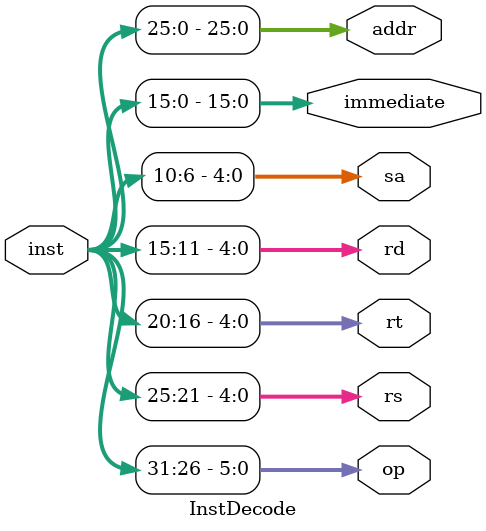
<source format=v>
`timescale 1ns / 1ps

module InstDecode(
    input [31:0] inst,
    output reg [5:0] op,
    output reg [4:0] rs,
    output reg [4:0] rt,
    output reg [4:0] rd,
    output reg [4:0] sa,
    output reg [15:0] immediate,
    output reg [25:0] addr
    );
    
    always @( inst ) begin   
        op = inst[31:26];
        rs = inst[25:21];
        rt = inst[20:16];
        rd = inst[15:11];
        sa = inst[10:6];
        immediate = inst[15:0];
        addr = inst[25:0];
    end 
    
endmodule
</source>
